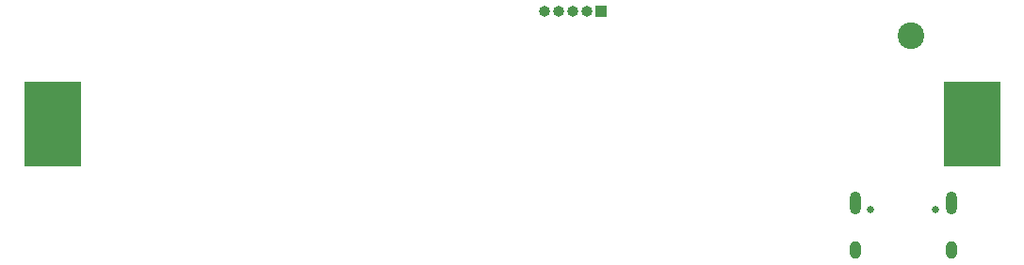
<source format=gbr>
%TF.GenerationSoftware,KiCad,Pcbnew,7.0.5-0*%
%TF.CreationDate,2024-04-12T00:02:12+02:00*%
%TF.ProjectId,MTR_C3_TempHum,4d54525f-4333-45f5-9465-6d7048756d2e,rev?*%
%TF.SameCoordinates,Original*%
%TF.FileFunction,Soldermask,Bot*%
%TF.FilePolarity,Negative*%
%FSLAX46Y46*%
G04 Gerber Fmt 4.6, Leading zero omitted, Abs format (unit mm)*
G04 Created by KiCad (PCBNEW 7.0.5-0) date 2024-04-12 00:02:12*
%MOMM*%
%LPD*%
G01*
G04 APERTURE LIST*
%ADD10O,1.000000X1.000000*%
%ADD11R,1.000000X1.000000*%
%ADD12C,0.650000*%
%ADD13O,1.000000X2.100000*%
%ADD14O,1.000000X1.600000*%
%ADD15C,2.400000*%
%ADD16R,5.080000X7.620000*%
G04 APERTURE END LIST*
D10*
%TO.C,J4*%
X86360000Y-28498800D03*
X87630000Y-28498800D03*
X88900000Y-28498800D03*
X90170000Y-28498800D03*
D11*
X91440000Y-28498800D03*
%TD*%
D12*
%TO.C,J1*%
X115728000Y-46327500D03*
X121508000Y-46327500D03*
D13*
X114298000Y-45797500D03*
D14*
X114298000Y-49977500D03*
D13*
X122938000Y-45797500D03*
D14*
X122938000Y-49977500D03*
%TD*%
D15*
%TO.C,BT1*%
X119342500Y-30671500D03*
D16*
X42192500Y-38671500D03*
X124812500Y-38671500D03*
%TD*%
M02*

</source>
